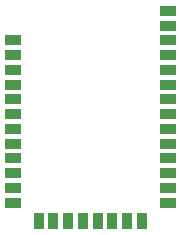
<source format=gbr>
%TF.GenerationSoftware,KiCad,Pcbnew,(6.0.10)*%
%TF.CreationDate,2023-04-04T20:58:11-04:00*%
%TF.ProjectId,xbee_breakout,78626565-5f62-4726-9561-6b6f75742e6b,rev?*%
%TF.SameCoordinates,Original*%
%TF.FileFunction,Paste,Top*%
%TF.FilePolarity,Positive*%
%FSLAX46Y46*%
G04 Gerber Fmt 4.6, Leading zero omitted, Abs format (unit mm)*
G04 Created by KiCad (PCBNEW (6.0.10)) date 2023-04-04 20:58:11*
%MOMM*%
%LPD*%
G01*
G04 APERTURE LIST*
%ADD10R,1.447800X0.838200*%
%ADD11R,0.838200X1.447800*%
G04 APERTURE END LIST*
D10*
%TO.C,U1*%
X130606800Y-33528000D03*
X130606800Y-34777680D03*
X130606800Y-36027360D03*
X130606800Y-37277040D03*
X130606800Y-38526719D03*
X130606800Y-39776400D03*
X130606800Y-41026080D03*
X130606800Y-42275760D03*
X130606800Y-43525440D03*
X130606800Y-44775120D03*
X130606800Y-46024800D03*
X130606800Y-47274480D03*
D11*
X132778500Y-48806100D03*
X134028180Y-48806100D03*
X135277860Y-48806100D03*
X136527541Y-48806100D03*
X137777219Y-48806100D03*
X139026900Y-48806100D03*
X140276580Y-48806100D03*
X141541500Y-48806100D03*
D10*
X143713200Y-47274480D03*
X143713200Y-46024800D03*
X143713200Y-44775120D03*
X143713200Y-43525440D03*
X143713200Y-42275760D03*
X143713200Y-41026080D03*
X143713200Y-39776400D03*
X143713200Y-38526719D03*
X143713200Y-37277040D03*
X143713200Y-36027360D03*
X143713200Y-34777680D03*
X143713200Y-33528000D03*
X143713200Y-32278320D03*
X143713200Y-31013400D03*
%TD*%
M02*

</source>
